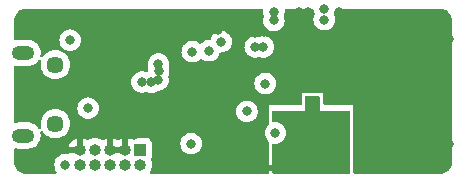
<source format=gbr>
%TF.GenerationSoftware,KiCad,Pcbnew,(6.0.1)*%
%TF.CreationDate,2022-05-09T00:38:21+05:45*%
%TF.ProjectId,ST_RF,53545f52-462e-46b6-9963-61645f706362,rev?*%
%TF.SameCoordinates,Original*%
%TF.FileFunction,Copper,L2,Inr*%
%TF.FilePolarity,Positive*%
%FSLAX46Y46*%
G04 Gerber Fmt 4.6, Leading zero omitted, Abs format (unit mm)*
G04 Created by KiCad (PCBNEW (6.0.1)) date 2022-05-09 00:38:21*
%MOMM*%
%LPD*%
G01*
G04 APERTURE LIST*
%TA.AperFunction,ComponentPad*%
%ADD10O,1.000000X1.000000*%
%TD*%
%TA.AperFunction,ComponentPad*%
%ADD11R,1.000000X1.000000*%
%TD*%
%TA.AperFunction,ComponentPad*%
%ADD12O,1.900000X1.200000*%
%TD*%
%TA.AperFunction,ComponentPad*%
%ADD13C,1.450000*%
%TD*%
%TA.AperFunction,ViaPad*%
%ADD14C,0.800000*%
%TD*%
%TA.AperFunction,Conductor*%
%ADD15C,0.500000*%
%TD*%
G04 APERTURE END LIST*
D10*
%TO.N,NRST*%
%TO.C,J3*%
X31496000Y-41910000D03*
%TO.N,GND*%
X31496000Y-40640000D03*
%TO.N,unconnected-(J3-Pad8)*%
X32766000Y-41910000D03*
%TO.N,unconnected-(J3-Pad7)*%
X32766000Y-40640000D03*
%TO.N,unconnected-(J3-Pad6)*%
X34036000Y-41910000D03*
%TO.N,GND*%
X34036000Y-40640000D03*
%TO.N,SW_CLK*%
X35306000Y-41910000D03*
%TO.N,GND*%
X35306000Y-40640000D03*
%TO.N,SW_DIO*%
X36576000Y-41910000D03*
D11*
%TO.N,+3V3*%
X36576000Y-40640000D03*
%TD*%
D12*
%TO.N,unconnected-(J1-Pad6)*%
%TO.C,J1*%
X26702500Y-39441000D03*
D13*
X29402500Y-33441000D03*
D12*
X26702500Y-32441000D03*
D13*
X29402500Y-38441000D03*
%TD*%
D14*
%TO.N,GND*%
X55118000Y-37846000D03*
X55626000Y-41656000D03*
X62230000Y-41910000D03*
X62738000Y-40132000D03*
X62738000Y-31242000D03*
X62230000Y-29210000D03*
X55372000Y-29464000D03*
X55118000Y-33528000D03*
X61468000Y-31750000D03*
X58166000Y-31750000D03*
X61468000Y-39624000D03*
X57404000Y-38608000D03*
X56388000Y-38608000D03*
X50800000Y-28956000D03*
X50038000Y-28956000D03*
X42672000Y-35814000D03*
X41783000Y-35941000D03*
X40894000Y-35814000D03*
X53848000Y-42164000D03*
X45212000Y-39116000D03*
%TO.N,NRST*%
X30226000Y-41910000D03*
%TO.N,GND*%
X31496000Y-39370000D03*
X36068000Y-39370000D03*
X35306000Y-39370000D03*
X43942000Y-30226000D03*
X43180000Y-30480000D03*
%TO.N,+3V3*%
X43434000Y-31496000D03*
%TO.N,NRST*%
X42418000Y-32258000D03*
%TO.N,+5V*%
X30657800Y-31369000D03*
%TO.N,GND*%
X32232600Y-34620200D03*
%TO.N,+3V3*%
X48031400Y-39217600D03*
%TO.N,GND*%
X48006000Y-32867600D03*
%TO.N,SPI_SCK*%
X45618400Y-37388800D03*
X47172548Y-35052248D03*
%TO.N,GND*%
X53416200Y-33756600D03*
X53416200Y-33020000D03*
X53441600Y-28956000D03*
X53467000Y-29845000D03*
%TO.N,+3V3*%
X52171600Y-28702000D03*
X52171600Y-29616400D03*
X40995600Y-32334200D03*
X47904400Y-29692600D03*
X47904400Y-28956000D03*
%TO.N,GND*%
X45288200Y-29210000D03*
X45313600Y-29870400D03*
X47040800Y-30708600D03*
X46329600Y-30734000D03*
%TO.N,+3V3*%
X47015400Y-31927800D03*
X46329600Y-31927800D03*
%TO.N,GND*%
X44450000Y-32791400D03*
X44450000Y-33528000D03*
%TO.N,+3V3*%
X38100000Y-34721800D03*
X38125400Y-33375600D03*
X38150800Y-34010600D03*
%TO.N,GND*%
X35788600Y-31877000D03*
X35788600Y-31089600D03*
%TO.N,+3V3*%
X37541200Y-34925000D03*
X36728400Y-34899600D03*
%TO.N,GND*%
X34544000Y-37084000D03*
%TO.N,+5V*%
X32181800Y-37109400D03*
%TO.N,GND*%
X39243000Y-38862000D03*
%TO.N,+3V3*%
X40894000Y-40132000D03*
%TO.N,GND*%
X50037400Y-38608000D03*
%TD*%
D15*
%TO.N,GND*%
X46863000Y-42164000D02*
X48641000Y-42164000D01*
%TD*%
%TA.AperFunction,Conductor*%
%TO.N,GND*%
G36*
X46945776Y-28722002D02*
G01*
X46992269Y-28775658D01*
X47002965Y-28841170D01*
X46990896Y-28956000D01*
X47010858Y-29145928D01*
X47045041Y-29251129D01*
X47056164Y-29285363D01*
X47058192Y-29356331D01*
X47056169Y-29363221D01*
X47010858Y-29502672D01*
X47010168Y-29509233D01*
X47010168Y-29509235D01*
X47006769Y-29541574D01*
X46990896Y-29692600D01*
X46991586Y-29699165D01*
X46998052Y-29760681D01*
X47010858Y-29882528D01*
X47069873Y-30064156D01*
X47165360Y-30229544D01*
X47169778Y-30234451D01*
X47169779Y-30234452D01*
X47288725Y-30366555D01*
X47293147Y-30371466D01*
X47447648Y-30483718D01*
X47453676Y-30486402D01*
X47453678Y-30486403D01*
X47616081Y-30558709D01*
X47622112Y-30561394D01*
X47687050Y-30575197D01*
X47802456Y-30599728D01*
X47802461Y-30599728D01*
X47808913Y-30601100D01*
X47999887Y-30601100D01*
X48006339Y-30599728D01*
X48006344Y-30599728D01*
X48121750Y-30575197D01*
X48186688Y-30561394D01*
X48192719Y-30558709D01*
X48355122Y-30486403D01*
X48355124Y-30486402D01*
X48361152Y-30483718D01*
X48515653Y-30371466D01*
X48520075Y-30366555D01*
X48639021Y-30234452D01*
X48639022Y-30234451D01*
X48643440Y-30229544D01*
X48738927Y-30064156D01*
X48797942Y-29882528D01*
X48810749Y-29760681D01*
X48817214Y-29699165D01*
X48817904Y-29692600D01*
X48802031Y-29541574D01*
X48798632Y-29509235D01*
X48798632Y-29509233D01*
X48797942Y-29502672D01*
X48752636Y-29363235D01*
X48750608Y-29292269D01*
X48752636Y-29285363D01*
X48763760Y-29251129D01*
X48797942Y-29145928D01*
X48817904Y-28956000D01*
X48805835Y-28841170D01*
X48818607Y-28771332D01*
X48867109Y-28719485D01*
X48931145Y-28702000D01*
X51144645Y-28702000D01*
X51212766Y-28722002D01*
X51259259Y-28775658D01*
X51269955Y-28814829D01*
X51278058Y-28891928D01*
X51337073Y-29073556D01*
X51350146Y-29096200D01*
X51366885Y-29165193D01*
X51350147Y-29222200D01*
X51337073Y-29244844D01*
X51278058Y-29426472D01*
X51258096Y-29616400D01*
X51258786Y-29622965D01*
X51273146Y-29759589D01*
X51278058Y-29806328D01*
X51337073Y-29987956D01*
X51432560Y-30153344D01*
X51560347Y-30295266D01*
X51714848Y-30407518D01*
X51720876Y-30410202D01*
X51720878Y-30410203D01*
X51877280Y-30479837D01*
X51889312Y-30485194D01*
X51982712Y-30505047D01*
X52069656Y-30523528D01*
X52069661Y-30523528D01*
X52076113Y-30524900D01*
X52267087Y-30524900D01*
X52273539Y-30523528D01*
X52273544Y-30523528D01*
X52360488Y-30505047D01*
X52453888Y-30485194D01*
X52465920Y-30479837D01*
X52622322Y-30410203D01*
X52622324Y-30410202D01*
X52628352Y-30407518D01*
X52782853Y-30295266D01*
X52910640Y-30153344D01*
X53006127Y-29987956D01*
X53065142Y-29806328D01*
X53070055Y-29759589D01*
X53084414Y-29622965D01*
X53085104Y-29616400D01*
X53065142Y-29426472D01*
X53006127Y-29244844D01*
X52993054Y-29222200D01*
X52976315Y-29153207D01*
X52993053Y-29096200D01*
X53006127Y-29073556D01*
X53065142Y-28891928D01*
X53073245Y-28814829D01*
X53100258Y-28749173D01*
X53158479Y-28708543D01*
X53198555Y-28702000D01*
X61926672Y-28702000D01*
X61946057Y-28703500D01*
X61960858Y-28705805D01*
X61960861Y-28705805D01*
X61969730Y-28707186D01*
X61982378Y-28705532D01*
X62009693Y-28704948D01*
X62083658Y-28711419D01*
X62141448Y-28716475D01*
X62163069Y-28720287D01*
X62312847Y-28760420D01*
X62333483Y-28767931D01*
X62474010Y-28833460D01*
X62493031Y-28844442D01*
X62620046Y-28933379D01*
X62636870Y-28947497D01*
X62746503Y-29057130D01*
X62760621Y-29073954D01*
X62849558Y-29200969D01*
X62860540Y-29219990D01*
X62926069Y-29360517D01*
X62933580Y-29381153D01*
X62973713Y-29530931D01*
X62977526Y-29552555D01*
X62988449Y-29677418D01*
X62987897Y-29693879D01*
X62988305Y-29693884D01*
X62988195Y-29702858D01*
X62986814Y-29711730D01*
X62987978Y-29720632D01*
X62987978Y-29720635D01*
X62990936Y-29743251D01*
X62992000Y-29759589D01*
X62992000Y-41606672D01*
X62990500Y-41626056D01*
X62986814Y-41649730D01*
X62988454Y-41662270D01*
X62988468Y-41662377D01*
X62989052Y-41689693D01*
X62977526Y-41821445D01*
X62973713Y-41843069D01*
X62947259Y-41941799D01*
X62933581Y-41992845D01*
X62926069Y-42013483D01*
X62860540Y-42154010D01*
X62849558Y-42173031D01*
X62760621Y-42300046D01*
X62746503Y-42316870D01*
X62636870Y-42426503D01*
X62620046Y-42440621D01*
X62493031Y-42529558D01*
X62474010Y-42540540D01*
X62333483Y-42606069D01*
X62312847Y-42613580D01*
X62163069Y-42653713D01*
X62141449Y-42657525D01*
X62089974Y-42662029D01*
X62016582Y-42668449D01*
X62000121Y-42667897D01*
X62000116Y-42668305D01*
X61991142Y-42668195D01*
X61982270Y-42666814D01*
X61973368Y-42667978D01*
X61973365Y-42667978D01*
X61950749Y-42670936D01*
X61934411Y-42672000D01*
X54736000Y-42672000D01*
X54667879Y-42651998D01*
X54621386Y-42598342D01*
X54610000Y-42546000D01*
X54610000Y-36830000D01*
X52196000Y-36830000D01*
X52127879Y-36809998D01*
X52081386Y-36756342D01*
X52070000Y-36704000D01*
X52070000Y-35814000D01*
X50292000Y-35814000D01*
X50292000Y-36704000D01*
X50271998Y-36772121D01*
X50218342Y-36818614D01*
X50166000Y-36830000D01*
X47498000Y-36830000D01*
X47498000Y-38417970D01*
X47477998Y-38486091D01*
X47446062Y-38519905D01*
X47425493Y-38534849D01*
X47425488Y-38534854D01*
X47420147Y-38538734D01*
X47415726Y-38543644D01*
X47415725Y-38543645D01*
X47314549Y-38656013D01*
X47292360Y-38680656D01*
X47196873Y-38846044D01*
X47137858Y-39027672D01*
X47117896Y-39217600D01*
X47118586Y-39224165D01*
X47122972Y-39265891D01*
X47137858Y-39407528D01*
X47196873Y-39589156D01*
X47292360Y-39754544D01*
X47296778Y-39759451D01*
X47296779Y-39759452D01*
X47415725Y-39891555D01*
X47420147Y-39896466D01*
X47425488Y-39900346D01*
X47425493Y-39900351D01*
X47446062Y-39915295D01*
X47489415Y-39971517D01*
X47498000Y-40017230D01*
X47498000Y-42546000D01*
X47477998Y-42614121D01*
X47424342Y-42660614D01*
X47372000Y-42672000D01*
X37519532Y-42672000D01*
X37451411Y-42651998D01*
X37404918Y-42598342D01*
X37394814Y-42528068D01*
X37409976Y-42483763D01*
X37498722Y-42327542D01*
X37501769Y-42322179D01*
X37564197Y-42134513D01*
X37588985Y-41938295D01*
X37589380Y-41910000D01*
X37570080Y-41713167D01*
X37565073Y-41696581D01*
X37514697Y-41529731D01*
X37512916Y-41523831D01*
X37510024Y-41518391D01*
X37508195Y-41513954D01*
X37500731Y-41443350D01*
X37518512Y-41402631D01*
X37516921Y-41401760D01*
X37521229Y-41393891D01*
X37526615Y-41386705D01*
X37577745Y-41250316D01*
X37584500Y-41188134D01*
X37584500Y-40132000D01*
X39980496Y-40132000D01*
X40000458Y-40321928D01*
X40059473Y-40503556D01*
X40154960Y-40668944D01*
X40282747Y-40810866D01*
X40369640Y-40873998D01*
X40425483Y-40914570D01*
X40437248Y-40923118D01*
X40443276Y-40925802D01*
X40443278Y-40925803D01*
X40605681Y-40998109D01*
X40611712Y-41000794D01*
X40705113Y-41020647D01*
X40792056Y-41039128D01*
X40792061Y-41039128D01*
X40798513Y-41040500D01*
X40989487Y-41040500D01*
X40995939Y-41039128D01*
X40995944Y-41039128D01*
X41082887Y-41020647D01*
X41176288Y-41000794D01*
X41182319Y-40998109D01*
X41344722Y-40925803D01*
X41344724Y-40925802D01*
X41350752Y-40923118D01*
X41362518Y-40914570D01*
X41418360Y-40873998D01*
X41505253Y-40810866D01*
X41633040Y-40668944D01*
X41728527Y-40503556D01*
X41787542Y-40321928D01*
X41807504Y-40132000D01*
X41787542Y-39942072D01*
X41728527Y-39760444D01*
X41633040Y-39595056D01*
X41559448Y-39513323D01*
X41509675Y-39458045D01*
X41509674Y-39458044D01*
X41505253Y-39453134D01*
X41350752Y-39340882D01*
X41344724Y-39338198D01*
X41344722Y-39338197D01*
X41182319Y-39265891D01*
X41182318Y-39265891D01*
X41176288Y-39263206D01*
X41082888Y-39243353D01*
X40995944Y-39224872D01*
X40995939Y-39224872D01*
X40989487Y-39223500D01*
X40798513Y-39223500D01*
X40792061Y-39224872D01*
X40792056Y-39224872D01*
X40705112Y-39243353D01*
X40611712Y-39263206D01*
X40605682Y-39265891D01*
X40605681Y-39265891D01*
X40443278Y-39338197D01*
X40443276Y-39338198D01*
X40437248Y-39340882D01*
X40282747Y-39453134D01*
X40278326Y-39458044D01*
X40278325Y-39458045D01*
X40228553Y-39513323D01*
X40154960Y-39595056D01*
X40059473Y-39760444D01*
X40000458Y-39942072D01*
X39980496Y-40132000D01*
X37584500Y-40132000D01*
X37584500Y-40091866D01*
X37577745Y-40029684D01*
X37526615Y-39893295D01*
X37439261Y-39776739D01*
X37322705Y-39689385D01*
X37186316Y-39638255D01*
X37124134Y-39631500D01*
X36027866Y-39631500D01*
X35965684Y-39638255D01*
X35829295Y-39689385D01*
X35822108Y-39694771D01*
X35814240Y-39699079D01*
X35813105Y-39697006D01*
X35758606Y-39717368D01*
X35700723Y-39707850D01*
X35692620Y-39704444D01*
X35577308Y-39668750D01*
X35563205Y-39668544D01*
X35560000Y-39675299D01*
X35560000Y-40768000D01*
X35539998Y-40836121D01*
X35486342Y-40882614D01*
X35434000Y-40894000D01*
X33908000Y-40894000D01*
X33839879Y-40873998D01*
X33793386Y-40820342D01*
X33782000Y-40768000D01*
X33782000Y-40367885D01*
X34290000Y-40367885D01*
X34294475Y-40383124D01*
X34295865Y-40384329D01*
X34303548Y-40386000D01*
X35033885Y-40386000D01*
X35049124Y-40381525D01*
X35050329Y-40380135D01*
X35052000Y-40372452D01*
X35052000Y-39682076D01*
X35048027Y-39668545D01*
X35040232Y-39667425D01*
X34932479Y-39699138D01*
X34921111Y-39703731D01*
X34756846Y-39789607D01*
X34741426Y-39799697D01*
X34740095Y-39797663D01*
X34684357Y-39820653D01*
X34614508Y-39807943D01*
X34600617Y-39799814D01*
X34596971Y-39797355D01*
X34433924Y-39709196D01*
X34422619Y-39704444D01*
X34307308Y-39668750D01*
X34293205Y-39668544D01*
X34290000Y-39675299D01*
X34290000Y-40367885D01*
X33782000Y-40367885D01*
X33782000Y-39682076D01*
X33778027Y-39668545D01*
X33770232Y-39667425D01*
X33662479Y-39699138D01*
X33651111Y-39703731D01*
X33486846Y-39789607D01*
X33471426Y-39799697D01*
X33470003Y-39797522D01*
X33414864Y-39820314D01*
X33345005Y-39807657D01*
X33335055Y-39801839D01*
X33332675Y-39799870D01*
X33158701Y-39705802D01*
X32969768Y-39647318D01*
X32963643Y-39646674D01*
X32963642Y-39646674D01*
X32779204Y-39627289D01*
X32779202Y-39627289D01*
X32773075Y-39626645D01*
X32690576Y-39634153D01*
X32582251Y-39644011D01*
X32582248Y-39644012D01*
X32576112Y-39644570D01*
X32570206Y-39646308D01*
X32570202Y-39646309D01*
X32493954Y-39668750D01*
X32386381Y-39700410D01*
X32380923Y-39703263D01*
X32380919Y-39703265D01*
X32293770Y-39748826D01*
X32211110Y-39792040D01*
X32206310Y-39795900D01*
X32201153Y-39799274D01*
X32199849Y-39797281D01*
X32143977Y-39820354D01*
X32074122Y-39807674D01*
X32060186Y-39799522D01*
X32056980Y-39797360D01*
X31893924Y-39709196D01*
X31882619Y-39704444D01*
X31767308Y-39668750D01*
X31753205Y-39668544D01*
X31750000Y-39675299D01*
X31750000Y-40768000D01*
X31729998Y-40836121D01*
X31676342Y-40882614D01*
X31624000Y-40894000D01*
X30538282Y-40894000D01*
X30524751Y-40897973D01*
X30523448Y-40907036D01*
X30493955Y-40971616D01*
X30434228Y-41009999D01*
X30372535Y-41012350D01*
X30327946Y-41002873D01*
X30327947Y-41002873D01*
X30321487Y-41001500D01*
X30130513Y-41001500D01*
X30124061Y-41002872D01*
X30124056Y-41002872D01*
X30037112Y-41021353D01*
X29943712Y-41041206D01*
X29937682Y-41043891D01*
X29937681Y-41043891D01*
X29775278Y-41116197D01*
X29775276Y-41116198D01*
X29769248Y-41118882D01*
X29614747Y-41231134D01*
X29486960Y-41373056D01*
X29391473Y-41538444D01*
X29332458Y-41720072D01*
X29312496Y-41910000D01*
X29313186Y-41916565D01*
X29315100Y-41934771D01*
X29332458Y-42099928D01*
X29391473Y-42281556D01*
X29394776Y-42287278D01*
X29394777Y-42287279D01*
X29411862Y-42316871D01*
X29486960Y-42446944D01*
X29491378Y-42451851D01*
X29491379Y-42451852D01*
X29500238Y-42461691D01*
X29530955Y-42525699D01*
X29522190Y-42596152D01*
X29476726Y-42650683D01*
X29406601Y-42672000D01*
X26973328Y-42672000D01*
X26953943Y-42670500D01*
X26939142Y-42668195D01*
X26939139Y-42668195D01*
X26930270Y-42666814D01*
X26921369Y-42667978D01*
X26921365Y-42667978D01*
X26917621Y-42668468D01*
X26890307Y-42669052D01*
X26809742Y-42662004D01*
X26758551Y-42657525D01*
X26736930Y-42653713D01*
X26587152Y-42613580D01*
X26566516Y-42606069D01*
X26425990Y-42540540D01*
X26406970Y-42529558D01*
X26279954Y-42440621D01*
X26263129Y-42426503D01*
X26153497Y-42316871D01*
X26139379Y-42300046D01*
X26050442Y-42173030D01*
X26039460Y-42154010D01*
X25973931Y-42013484D01*
X25966419Y-41992846D01*
X25947382Y-41921798D01*
X25926287Y-41843070D01*
X25922474Y-41821445D01*
X25911551Y-41696581D01*
X25912103Y-41680121D01*
X25911695Y-41680116D01*
X25911805Y-41671142D01*
X25913186Y-41662270D01*
X25911547Y-41649730D01*
X25909064Y-41630749D01*
X25908000Y-41614411D01*
X25908000Y-40636629D01*
X25928002Y-40568508D01*
X25981658Y-40522015D01*
X26058149Y-40512965D01*
X26243837Y-40549228D01*
X26249399Y-40549500D01*
X27105346Y-40549500D01*
X27263066Y-40534452D01*
X27466034Y-40474908D01*
X27638660Y-40386000D01*
X27644813Y-40382831D01*
X30524202Y-40382831D01*
X30530763Y-40386000D01*
X31223885Y-40386000D01*
X31239124Y-40381525D01*
X31240329Y-40380135D01*
X31242000Y-40372452D01*
X31242000Y-39682076D01*
X31238027Y-39668545D01*
X31230232Y-39667425D01*
X31122479Y-39699138D01*
X31111111Y-39703731D01*
X30946846Y-39789607D01*
X30936585Y-39796321D01*
X30792127Y-39912468D01*
X30783368Y-39921046D01*
X30664222Y-40063039D01*
X30657292Y-40073159D01*
X30567998Y-40235585D01*
X30563166Y-40246858D01*
X30524506Y-40368731D01*
X30524202Y-40382831D01*
X27644813Y-40382831D01*
X27648749Y-40380804D01*
X27648752Y-40380802D01*
X27654080Y-40378058D01*
X27820420Y-40247396D01*
X27824352Y-40242865D01*
X27824355Y-40242862D01*
X27955121Y-40092167D01*
X27959052Y-40087637D01*
X27962052Y-40082451D01*
X27962055Y-40082447D01*
X28061967Y-39909742D01*
X28064973Y-39904546D01*
X28134361Y-39704729D01*
X28139608Y-39668545D01*
X28163852Y-39501335D01*
X28163852Y-39501334D01*
X28164713Y-39495396D01*
X28154933Y-39284101D01*
X28136509Y-39207653D01*
X28139994Y-39136742D01*
X28181263Y-39078972D01*
X28247214Y-39052685D01*
X28316907Y-39066226D01*
X28362215Y-39105861D01*
X28453975Y-39236907D01*
X28606593Y-39389525D01*
X28611101Y-39392682D01*
X28611104Y-39392684D01*
X28684406Y-39444010D01*
X28783394Y-39513323D01*
X28788376Y-39515646D01*
X28788381Y-39515649D01*
X28970933Y-39600774D01*
X28979007Y-39604539D01*
X28984315Y-39605961D01*
X28984317Y-39605962D01*
X29182172Y-39658977D01*
X29182174Y-39658977D01*
X29187487Y-39660401D01*
X29402500Y-39679212D01*
X29617513Y-39660401D01*
X29622826Y-39658977D01*
X29622828Y-39658977D01*
X29820683Y-39605962D01*
X29820685Y-39605961D01*
X29825993Y-39604539D01*
X29834067Y-39600774D01*
X30016619Y-39515649D01*
X30016624Y-39515646D01*
X30021606Y-39513323D01*
X30120594Y-39444010D01*
X30193896Y-39392684D01*
X30193899Y-39392682D01*
X30198407Y-39389525D01*
X30351025Y-39236907D01*
X30474823Y-39060106D01*
X30477146Y-39055124D01*
X30477149Y-39055119D01*
X30563716Y-38869475D01*
X30563717Y-38869474D01*
X30566039Y-38864493D01*
X30569299Y-38852329D01*
X30620477Y-38661328D01*
X30620477Y-38661326D01*
X30621901Y-38656013D01*
X30640712Y-38441000D01*
X30621901Y-38225987D01*
X30608517Y-38176037D01*
X30567462Y-38022817D01*
X30567461Y-38022815D01*
X30566039Y-38017507D01*
X30511486Y-37900518D01*
X30477149Y-37826881D01*
X30477146Y-37826876D01*
X30474823Y-37821894D01*
X30351025Y-37645093D01*
X30198407Y-37492475D01*
X30190130Y-37486679D01*
X30050344Y-37388800D01*
X30021606Y-37368677D01*
X30016624Y-37366354D01*
X30016619Y-37366351D01*
X29830975Y-37279784D01*
X29830974Y-37279783D01*
X29825993Y-37277461D01*
X29820685Y-37276039D01*
X29820683Y-37276038D01*
X29622828Y-37223023D01*
X29622826Y-37223023D01*
X29617513Y-37221599D01*
X29402500Y-37202788D01*
X29187487Y-37221599D01*
X29182174Y-37223023D01*
X29182172Y-37223023D01*
X28984317Y-37276038D01*
X28984315Y-37276039D01*
X28979007Y-37277461D01*
X28974026Y-37279783D01*
X28974025Y-37279784D01*
X28788381Y-37366351D01*
X28788376Y-37366354D01*
X28783394Y-37368677D01*
X28754656Y-37388800D01*
X28614871Y-37486679D01*
X28606593Y-37492475D01*
X28453975Y-37645093D01*
X28330177Y-37821894D01*
X28327854Y-37826876D01*
X28327851Y-37826881D01*
X28293514Y-37900518D01*
X28238961Y-38017507D01*
X28237539Y-38022815D01*
X28237538Y-38022817D01*
X28196483Y-38176037D01*
X28183099Y-38225987D01*
X28164288Y-38441000D01*
X28183099Y-38656013D01*
X28184523Y-38661326D01*
X28184523Y-38661328D01*
X28200722Y-38721784D01*
X28199032Y-38792761D01*
X28159238Y-38851556D01*
X28093973Y-38879504D01*
X28023960Y-38867730D01*
X27976245Y-38827295D01*
X27951749Y-38792761D01*
X27895446Y-38713389D01*
X27742650Y-38567119D01*
X27564952Y-38452380D01*
X27492152Y-38423041D01*
X27374332Y-38375558D01*
X27374329Y-38375557D01*
X27368763Y-38373314D01*
X27161163Y-38332772D01*
X27155601Y-38332500D01*
X26299654Y-38332500D01*
X26141934Y-38347548D01*
X26069468Y-38368807D01*
X25998473Y-38368790D01*
X25938756Y-38330392D01*
X25909278Y-38265804D01*
X25908000Y-38247902D01*
X25908000Y-37109400D01*
X31268296Y-37109400D01*
X31268986Y-37115965D01*
X31278390Y-37205435D01*
X31288258Y-37299328D01*
X31347273Y-37480956D01*
X31350576Y-37486678D01*
X31350577Y-37486679D01*
X31356173Y-37496372D01*
X31442760Y-37646344D01*
X31570547Y-37788266D01*
X31725048Y-37900518D01*
X31731076Y-37903202D01*
X31731078Y-37903203D01*
X31792730Y-37930652D01*
X31899512Y-37978194D01*
X31992912Y-37998047D01*
X32079856Y-38016528D01*
X32079861Y-38016528D01*
X32086313Y-38017900D01*
X32277287Y-38017900D01*
X32283739Y-38016528D01*
X32283744Y-38016528D01*
X32370688Y-37998047D01*
X32464088Y-37978194D01*
X32570870Y-37930652D01*
X32632522Y-37903203D01*
X32632524Y-37903202D01*
X32638552Y-37900518D01*
X32793053Y-37788266D01*
X32920840Y-37646344D01*
X33007427Y-37496372D01*
X33013023Y-37486679D01*
X33013024Y-37486678D01*
X33016327Y-37480956D01*
X33046271Y-37388800D01*
X44704896Y-37388800D01*
X44705586Y-37395365D01*
X44715793Y-37492475D01*
X44724858Y-37578728D01*
X44783873Y-37760356D01*
X44787176Y-37766078D01*
X44787177Y-37766079D01*
X44799987Y-37788266D01*
X44879360Y-37925744D01*
X44883778Y-37930651D01*
X44883779Y-37930652D01*
X44966765Y-38022817D01*
X45007147Y-38067666D01*
X45161648Y-38179918D01*
X45167676Y-38182602D01*
X45167678Y-38182603D01*
X45314343Y-38247902D01*
X45336112Y-38257594D01*
X45429512Y-38277447D01*
X45516456Y-38295928D01*
X45516461Y-38295928D01*
X45522913Y-38297300D01*
X45713887Y-38297300D01*
X45720339Y-38295928D01*
X45720344Y-38295928D01*
X45807288Y-38277447D01*
X45900688Y-38257594D01*
X45922457Y-38247902D01*
X46069122Y-38182603D01*
X46069124Y-38182602D01*
X46075152Y-38179918D01*
X46229653Y-38067666D01*
X46270035Y-38022817D01*
X46353021Y-37930652D01*
X46353022Y-37930651D01*
X46357440Y-37925744D01*
X46436813Y-37788266D01*
X46449623Y-37766079D01*
X46449624Y-37766078D01*
X46452927Y-37760356D01*
X46511942Y-37578728D01*
X46521008Y-37492475D01*
X46531214Y-37395365D01*
X46531904Y-37388800D01*
X46522500Y-37299328D01*
X46512632Y-37205435D01*
X46512632Y-37205433D01*
X46511942Y-37198872D01*
X46452927Y-37017244D01*
X46357440Y-36851856D01*
X46285647Y-36772121D01*
X46234075Y-36714845D01*
X46234074Y-36714844D01*
X46229653Y-36709934D01*
X46075152Y-36597682D01*
X46069124Y-36594998D01*
X46069122Y-36594997D01*
X45906719Y-36522691D01*
X45906718Y-36522691D01*
X45900688Y-36520006D01*
X45807287Y-36500153D01*
X45720344Y-36481672D01*
X45720339Y-36481672D01*
X45713887Y-36480300D01*
X45522913Y-36480300D01*
X45516461Y-36481672D01*
X45516456Y-36481672D01*
X45429513Y-36500153D01*
X45336112Y-36520006D01*
X45330082Y-36522691D01*
X45330081Y-36522691D01*
X45167678Y-36594997D01*
X45167676Y-36594998D01*
X45161648Y-36597682D01*
X45007147Y-36709934D01*
X45002726Y-36714844D01*
X45002725Y-36714845D01*
X44951154Y-36772121D01*
X44879360Y-36851856D01*
X44783873Y-37017244D01*
X44724858Y-37198872D01*
X44724168Y-37205433D01*
X44724168Y-37205435D01*
X44714300Y-37299328D01*
X44704896Y-37388800D01*
X33046271Y-37388800D01*
X33075342Y-37299328D01*
X33085211Y-37205435D01*
X33094614Y-37115965D01*
X33095304Y-37109400D01*
X33075342Y-36919472D01*
X33016327Y-36737844D01*
X33003049Y-36714845D01*
X32924141Y-36578174D01*
X32920840Y-36572456D01*
X32876032Y-36522691D01*
X32797475Y-36435445D01*
X32797474Y-36435444D01*
X32793053Y-36430534D01*
X32638552Y-36318282D01*
X32632524Y-36315598D01*
X32632522Y-36315597D01*
X32470119Y-36243291D01*
X32470118Y-36243291D01*
X32464088Y-36240606D01*
X32370687Y-36220753D01*
X32283744Y-36202272D01*
X32283739Y-36202272D01*
X32277287Y-36200900D01*
X32086313Y-36200900D01*
X32079861Y-36202272D01*
X32079856Y-36202272D01*
X31992913Y-36220753D01*
X31899512Y-36240606D01*
X31893482Y-36243291D01*
X31893481Y-36243291D01*
X31731078Y-36315597D01*
X31731076Y-36315598D01*
X31725048Y-36318282D01*
X31570547Y-36430534D01*
X31566126Y-36435444D01*
X31566125Y-36435445D01*
X31487569Y-36522691D01*
X31442760Y-36572456D01*
X31439459Y-36578174D01*
X31360552Y-36714845D01*
X31347273Y-36737844D01*
X31288258Y-36919472D01*
X31268296Y-37109400D01*
X25908000Y-37109400D01*
X25908000Y-34899600D01*
X35814896Y-34899600D01*
X35834858Y-35089528D01*
X35893873Y-35271156D01*
X35989360Y-35436544D01*
X36117147Y-35578466D01*
X36271648Y-35690718D01*
X36277676Y-35693402D01*
X36277678Y-35693403D01*
X36401775Y-35748654D01*
X36446112Y-35768394D01*
X36539512Y-35788247D01*
X36626456Y-35806728D01*
X36626461Y-35806728D01*
X36632913Y-35808100D01*
X36823887Y-35808100D01*
X36830339Y-35806728D01*
X36830344Y-35806728D01*
X36917288Y-35788247D01*
X37010688Y-35768394D01*
X37016715Y-35765711D01*
X37016723Y-35765708D01*
X37055025Y-35748654D01*
X37125392Y-35739219D01*
X37157521Y-35748652D01*
X37258912Y-35793794D01*
X37352313Y-35813647D01*
X37439256Y-35832128D01*
X37439261Y-35832128D01*
X37445713Y-35833500D01*
X37636687Y-35833500D01*
X37643139Y-35832128D01*
X37643144Y-35832128D01*
X37730087Y-35813647D01*
X37823488Y-35793794D01*
X37880538Y-35768394D01*
X37991922Y-35718803D01*
X37991924Y-35718802D01*
X37997952Y-35716118D01*
X38029217Y-35693403D01*
X38082949Y-35654364D01*
X38149817Y-35630505D01*
X38157010Y-35630300D01*
X38195487Y-35630300D01*
X38201939Y-35628928D01*
X38201944Y-35628928D01*
X38288887Y-35610447D01*
X38382288Y-35590594D01*
X38409528Y-35578466D01*
X38550722Y-35515603D01*
X38550724Y-35515602D01*
X38556752Y-35512918D01*
X38711253Y-35400666D01*
X38839040Y-35258744D01*
X38934527Y-35093356D01*
X38947884Y-35052248D01*
X46259044Y-35052248D01*
X46279006Y-35242176D01*
X46338021Y-35423804D01*
X46433508Y-35589192D01*
X46437926Y-35594099D01*
X46437927Y-35594100D01*
X46550210Y-35718803D01*
X46561295Y-35731114D01*
X46614495Y-35769766D01*
X46702217Y-35833500D01*
X46715796Y-35843366D01*
X46721824Y-35846050D01*
X46721826Y-35846051D01*
X46884229Y-35918357D01*
X46890260Y-35921042D01*
X46983660Y-35940895D01*
X47070604Y-35959376D01*
X47070609Y-35959376D01*
X47077061Y-35960748D01*
X47268035Y-35960748D01*
X47274487Y-35959376D01*
X47274492Y-35959376D01*
X47361436Y-35940895D01*
X47454836Y-35921042D01*
X47460867Y-35918357D01*
X47623270Y-35846051D01*
X47623272Y-35846050D01*
X47629300Y-35843366D01*
X47642880Y-35833500D01*
X47730601Y-35769766D01*
X47783801Y-35731114D01*
X47794886Y-35718803D01*
X47907169Y-35594100D01*
X47907170Y-35594099D01*
X47911588Y-35589192D01*
X48007075Y-35423804D01*
X48066090Y-35242176D01*
X48086052Y-35052248D01*
X48066090Y-34862320D01*
X48007075Y-34680692D01*
X47911588Y-34515304D01*
X47783801Y-34373382D01*
X47629300Y-34261130D01*
X47623272Y-34258446D01*
X47623270Y-34258445D01*
X47460867Y-34186139D01*
X47460866Y-34186139D01*
X47454836Y-34183454D01*
X47361435Y-34163601D01*
X47274492Y-34145120D01*
X47274487Y-34145120D01*
X47268035Y-34143748D01*
X47077061Y-34143748D01*
X47070609Y-34145120D01*
X47070604Y-34145120D01*
X46983661Y-34163601D01*
X46890260Y-34183454D01*
X46884230Y-34186139D01*
X46884229Y-34186139D01*
X46721826Y-34258445D01*
X46721824Y-34258446D01*
X46715796Y-34261130D01*
X46561295Y-34373382D01*
X46433508Y-34515304D01*
X46338021Y-34680692D01*
X46279006Y-34862320D01*
X46259044Y-35052248D01*
X38947884Y-35052248D01*
X38993542Y-34911728D01*
X39013504Y-34721800D01*
X38993542Y-34531872D01*
X38976581Y-34479671D01*
X38974553Y-34408705D01*
X38981307Y-34389488D01*
X38982025Y-34387875D01*
X38985327Y-34382156D01*
X39044342Y-34200528D01*
X39045855Y-34186139D01*
X39063614Y-34017165D01*
X39064304Y-34010600D01*
X39062399Y-33992472D01*
X39045032Y-33827235D01*
X39045032Y-33827233D01*
X39044342Y-33820672D01*
X39002842Y-33692949D01*
X39000814Y-33621983D01*
X39002842Y-33615077D01*
X39016903Y-33571803D01*
X39018942Y-33565528D01*
X39023516Y-33522015D01*
X39038214Y-33382165D01*
X39038904Y-33375600D01*
X39025819Y-33251102D01*
X39019632Y-33192235D01*
X39019632Y-33192233D01*
X39018942Y-33185672D01*
X38959927Y-33004044D01*
X38864440Y-32838656D01*
X38849348Y-32821894D01*
X38741075Y-32701645D01*
X38741074Y-32701644D01*
X38736653Y-32696734D01*
X38582152Y-32584482D01*
X38576124Y-32581798D01*
X38576122Y-32581797D01*
X38413719Y-32509491D01*
X38413718Y-32509491D01*
X38407688Y-32506806D01*
X38314288Y-32486953D01*
X38227344Y-32468472D01*
X38227339Y-32468472D01*
X38220887Y-32467100D01*
X38029913Y-32467100D01*
X38023461Y-32468472D01*
X38023456Y-32468472D01*
X37936512Y-32486953D01*
X37843112Y-32506806D01*
X37837082Y-32509491D01*
X37837081Y-32509491D01*
X37674678Y-32581797D01*
X37674676Y-32581798D01*
X37668648Y-32584482D01*
X37514147Y-32696734D01*
X37509726Y-32701644D01*
X37509725Y-32701645D01*
X37401453Y-32821894D01*
X37386360Y-32838656D01*
X37290873Y-33004044D01*
X37231858Y-33185672D01*
X37231168Y-33192233D01*
X37231168Y-33192235D01*
X37224981Y-33251102D01*
X37211896Y-33375600D01*
X37212586Y-33382165D01*
X37227285Y-33522015D01*
X37231858Y-33565528D01*
X37273358Y-33693251D01*
X37275386Y-33764217D01*
X37273362Y-33771108D01*
X37257258Y-33820672D01*
X37256568Y-33827233D01*
X37256568Y-33827235D01*
X37243265Y-33953810D01*
X37216252Y-34019467D01*
X37158030Y-34060097D01*
X37087085Y-34062800D01*
X37066709Y-34055748D01*
X37010688Y-34030806D01*
X36915627Y-34010600D01*
X36830344Y-33992472D01*
X36830339Y-33992472D01*
X36823887Y-33991100D01*
X36632913Y-33991100D01*
X36626461Y-33992472D01*
X36626456Y-33992472D01*
X36541173Y-34010600D01*
X36446112Y-34030806D01*
X36440082Y-34033491D01*
X36440081Y-34033491D01*
X36277678Y-34105797D01*
X36277676Y-34105798D01*
X36271648Y-34108482D01*
X36117147Y-34220734D01*
X35989360Y-34362656D01*
X35893873Y-34528044D01*
X35834858Y-34709672D01*
X35814896Y-34899600D01*
X25908000Y-34899600D01*
X25908000Y-33636629D01*
X25928002Y-33568508D01*
X25981658Y-33522015D01*
X26058149Y-33512965D01*
X26243837Y-33549228D01*
X26249399Y-33549500D01*
X27105346Y-33549500D01*
X27263066Y-33534452D01*
X27466034Y-33474908D01*
X27521240Y-33446475D01*
X27648749Y-33380804D01*
X27648752Y-33380802D01*
X27654080Y-33378058D01*
X27820420Y-33247396D01*
X27824352Y-33242865D01*
X27824355Y-33242862D01*
X27955121Y-33092167D01*
X27959052Y-33087637D01*
X27967814Y-33072492D01*
X28019241Y-33023545D01*
X28088967Y-33010172D01*
X28154854Y-33036619D01*
X28195983Y-33094489D01*
X28198582Y-33168203D01*
X28184524Y-33220665D01*
X28184523Y-33220672D01*
X28183099Y-33225987D01*
X28164288Y-33441000D01*
X28183099Y-33656013D01*
X28184523Y-33661326D01*
X28184523Y-33661328D01*
X28213943Y-33771123D01*
X28238961Y-33864493D01*
X28241283Y-33869474D01*
X28241284Y-33869475D01*
X28327851Y-34055119D01*
X28327854Y-34055124D01*
X28330177Y-34060106D01*
X28366768Y-34112363D01*
X28439932Y-34216851D01*
X28453975Y-34236907D01*
X28606593Y-34389525D01*
X28611101Y-34392682D01*
X28611104Y-34392684D01*
X28660064Y-34426966D01*
X28783394Y-34513323D01*
X28788376Y-34515646D01*
X28788381Y-34515649D01*
X28974025Y-34602216D01*
X28979007Y-34604539D01*
X28984315Y-34605961D01*
X28984317Y-34605962D01*
X29182172Y-34658977D01*
X29182174Y-34658977D01*
X29187487Y-34660401D01*
X29402500Y-34679212D01*
X29617513Y-34660401D01*
X29622826Y-34658977D01*
X29622828Y-34658977D01*
X29820683Y-34605962D01*
X29820685Y-34605961D01*
X29825993Y-34604539D01*
X29830975Y-34602216D01*
X30016619Y-34515649D01*
X30016624Y-34515646D01*
X30021606Y-34513323D01*
X30144936Y-34426966D01*
X30193896Y-34392684D01*
X30193899Y-34392682D01*
X30198407Y-34389525D01*
X30351025Y-34236907D01*
X30365069Y-34216851D01*
X30438232Y-34112363D01*
X30474823Y-34060106D01*
X30477146Y-34055124D01*
X30477149Y-34055119D01*
X30563716Y-33869475D01*
X30563717Y-33869474D01*
X30566039Y-33864493D01*
X30591058Y-33771123D01*
X30620477Y-33661328D01*
X30620477Y-33661326D01*
X30621901Y-33656013D01*
X30640712Y-33441000D01*
X30621901Y-33225987D01*
X30611099Y-33185672D01*
X30567462Y-33022817D01*
X30567461Y-33022815D01*
X30566039Y-33017507D01*
X30559761Y-33004044D01*
X30477149Y-32826881D01*
X30477146Y-32826876D01*
X30474823Y-32821894D01*
X30351025Y-32645093D01*
X30198407Y-32492475D01*
X30164128Y-32468472D01*
X30113408Y-32432958D01*
X30021606Y-32368677D01*
X30016624Y-32366354D01*
X30016619Y-32366351D01*
X29947671Y-32334200D01*
X40082096Y-32334200D01*
X40082786Y-32340765D01*
X40100520Y-32509491D01*
X40102058Y-32524128D01*
X40161073Y-32705756D01*
X40256560Y-32871144D01*
X40260978Y-32876051D01*
X40260979Y-32876052D01*
X40379925Y-33008155D01*
X40384347Y-33013066D01*
X40538848Y-33125318D01*
X40544876Y-33128002D01*
X40544878Y-33128003D01*
X40707281Y-33200309D01*
X40713312Y-33202994D01*
X40796447Y-33220665D01*
X40893656Y-33241328D01*
X40893661Y-33241328D01*
X40900113Y-33242700D01*
X41091087Y-33242700D01*
X41097539Y-33241328D01*
X41097544Y-33241328D01*
X41194753Y-33220665D01*
X41277888Y-33202994D01*
X41283919Y-33200309D01*
X41446322Y-33128003D01*
X41446324Y-33128002D01*
X41452352Y-33125318D01*
X41606853Y-33013066D01*
X41651471Y-32963513D01*
X41711915Y-32926275D01*
X41782899Y-32927627D01*
X41819166Y-32945889D01*
X41944045Y-33036619D01*
X41961248Y-33049118D01*
X41967276Y-33051802D01*
X41967278Y-33051803D01*
X42057938Y-33092167D01*
X42135712Y-33126794D01*
X42229112Y-33146647D01*
X42316056Y-33165128D01*
X42316061Y-33165128D01*
X42322513Y-33166500D01*
X42513487Y-33166500D01*
X42519939Y-33165128D01*
X42519944Y-33165128D01*
X42606888Y-33146647D01*
X42700288Y-33126794D01*
X42778062Y-33092167D01*
X42868722Y-33051803D01*
X42868724Y-33051802D01*
X42874752Y-33049118D01*
X42891956Y-33036619D01*
X42931127Y-33008159D01*
X43029253Y-32936866D01*
X43157040Y-32794944D01*
X43252527Y-32629556D01*
X43297364Y-32491563D01*
X43337438Y-32432958D01*
X43402835Y-32405321D01*
X43417197Y-32404500D01*
X43529487Y-32404500D01*
X43535939Y-32403128D01*
X43535944Y-32403128D01*
X43622888Y-32384647D01*
X43716288Y-32364794D01*
X43722319Y-32362109D01*
X43884722Y-32289803D01*
X43884724Y-32289802D01*
X43890752Y-32287118D01*
X43900847Y-32279784D01*
X43981590Y-32221120D01*
X44045253Y-32174866D01*
X44078453Y-32137994D01*
X44168621Y-32037852D01*
X44168622Y-32037851D01*
X44173040Y-32032944D01*
X44233745Y-31927800D01*
X45416096Y-31927800D01*
X45416786Y-31934365D01*
X45432545Y-32084299D01*
X45436058Y-32117728D01*
X45495073Y-32299356D01*
X45498376Y-32305078D01*
X45498377Y-32305079D01*
X45531304Y-32362109D01*
X45590560Y-32464744D01*
X45594978Y-32469651D01*
X45594979Y-32469652D01*
X45649682Y-32530406D01*
X45718347Y-32606666D01*
X45771237Y-32645093D01*
X45853319Y-32704729D01*
X45872848Y-32718918D01*
X45878876Y-32721602D01*
X45878878Y-32721603D01*
X46036697Y-32791868D01*
X46047312Y-32796594D01*
X46135890Y-32815422D01*
X46227656Y-32834928D01*
X46227661Y-32834928D01*
X46234113Y-32836300D01*
X46425087Y-32836300D01*
X46431539Y-32834928D01*
X46431544Y-32834928D01*
X46596560Y-32799852D01*
X46611888Y-32796594D01*
X46617921Y-32793908D01*
X46617924Y-32793907D01*
X46621252Y-32792425D01*
X46623349Y-32792144D01*
X46624198Y-32791868D01*
X46624248Y-32792023D01*
X46691619Y-32782991D01*
X46723748Y-32792425D01*
X46727076Y-32793907D01*
X46727079Y-32793908D01*
X46733112Y-32796594D01*
X46748440Y-32799852D01*
X46913456Y-32834928D01*
X46913461Y-32834928D01*
X46919913Y-32836300D01*
X47110887Y-32836300D01*
X47117339Y-32834928D01*
X47117344Y-32834928D01*
X47209110Y-32815422D01*
X47297688Y-32796594D01*
X47308303Y-32791868D01*
X47466122Y-32721603D01*
X47466124Y-32721602D01*
X47472152Y-32718918D01*
X47491682Y-32704729D01*
X47573763Y-32645093D01*
X47626653Y-32606666D01*
X47695318Y-32530406D01*
X47750021Y-32469652D01*
X47750022Y-32469651D01*
X47754440Y-32464744D01*
X47813696Y-32362109D01*
X47846623Y-32305079D01*
X47846624Y-32305078D01*
X47849927Y-32299356D01*
X47908942Y-32117728D01*
X47912456Y-32084299D01*
X47928214Y-31934365D01*
X47928904Y-31927800D01*
X47921912Y-31861271D01*
X47909632Y-31744435D01*
X47909632Y-31744433D01*
X47908942Y-31737872D01*
X47849927Y-31556244D01*
X47754440Y-31390856D01*
X47715446Y-31347548D01*
X47631075Y-31253845D01*
X47631074Y-31253844D01*
X47626653Y-31248934D01*
X47472152Y-31136682D01*
X47466124Y-31133998D01*
X47466122Y-31133997D01*
X47303719Y-31061691D01*
X47303718Y-31061691D01*
X47297688Y-31059006D01*
X47204287Y-31039153D01*
X47117344Y-31020672D01*
X47117339Y-31020672D01*
X47110887Y-31019300D01*
X46919913Y-31019300D01*
X46913461Y-31020672D01*
X46913456Y-31020672D01*
X46774740Y-31050158D01*
X46733112Y-31059006D01*
X46727079Y-31061692D01*
X46727076Y-31061693D01*
X46723748Y-31063175D01*
X46721651Y-31063456D01*
X46720802Y-31063732D01*
X46720752Y-31063577D01*
X46653381Y-31072609D01*
X46621252Y-31063175D01*
X46617924Y-31061693D01*
X46617921Y-31061692D01*
X46611888Y-31059006D01*
X46570260Y-31050158D01*
X46431544Y-31020672D01*
X46431539Y-31020672D01*
X46425087Y-31019300D01*
X46234113Y-31019300D01*
X46227661Y-31020672D01*
X46227656Y-31020672D01*
X46140713Y-31039153D01*
X46047312Y-31059006D01*
X46041282Y-31061691D01*
X46041281Y-31061691D01*
X45878878Y-31133997D01*
X45878876Y-31133998D01*
X45872848Y-31136682D01*
X45718347Y-31248934D01*
X45713926Y-31253844D01*
X45713925Y-31253845D01*
X45629555Y-31347548D01*
X45590560Y-31390856D01*
X45495073Y-31556244D01*
X45436058Y-31737872D01*
X45435368Y-31744433D01*
X45435368Y-31744435D01*
X45423088Y-31861271D01*
X45416096Y-31927800D01*
X44233745Y-31927800D01*
X44268527Y-31867556D01*
X44327542Y-31685928D01*
X44329645Y-31665925D01*
X44346814Y-31502565D01*
X44347504Y-31496000D01*
X44344444Y-31466882D01*
X44328232Y-31312635D01*
X44328232Y-31312633D01*
X44327542Y-31306072D01*
X44268527Y-31124444D01*
X44233316Y-31063456D01*
X44176341Y-30964774D01*
X44173040Y-30959056D01*
X44045253Y-30817134D01*
X43890752Y-30704882D01*
X43884724Y-30702198D01*
X43884722Y-30702197D01*
X43722319Y-30629891D01*
X43722318Y-30629891D01*
X43716288Y-30627206D01*
X43593470Y-30601100D01*
X43535944Y-30588872D01*
X43535939Y-30588872D01*
X43529487Y-30587500D01*
X43338513Y-30587500D01*
X43332061Y-30588872D01*
X43332056Y-30588872D01*
X43274530Y-30601100D01*
X43151712Y-30627206D01*
X43145682Y-30629891D01*
X43145681Y-30629891D01*
X42983278Y-30702197D01*
X42983276Y-30702198D01*
X42977248Y-30704882D01*
X42822747Y-30817134D01*
X42694960Y-30959056D01*
X42691659Y-30964774D01*
X42634685Y-31063456D01*
X42599473Y-31124444D01*
X42597432Y-31130726D01*
X42554636Y-31262437D01*
X42514562Y-31321042D01*
X42449165Y-31348679D01*
X42434803Y-31349500D01*
X42322513Y-31349500D01*
X42316061Y-31350872D01*
X42316056Y-31350872D01*
X42231761Y-31368790D01*
X42135712Y-31389206D01*
X42129682Y-31391891D01*
X42129681Y-31391891D01*
X41967278Y-31464197D01*
X41967276Y-31464198D01*
X41961248Y-31466882D01*
X41955907Y-31470762D01*
X41955906Y-31470763D01*
X41921171Y-31496000D01*
X41806747Y-31579134D01*
X41762129Y-31628687D01*
X41701685Y-31665925D01*
X41630701Y-31664573D01*
X41594434Y-31646311D01*
X41457694Y-31546963D01*
X41457693Y-31546962D01*
X41452352Y-31543082D01*
X41446324Y-31540398D01*
X41446322Y-31540397D01*
X41283919Y-31468091D01*
X41283918Y-31468091D01*
X41277888Y-31465406D01*
X41184487Y-31445553D01*
X41097544Y-31427072D01*
X41097539Y-31427072D01*
X41091087Y-31425700D01*
X40900113Y-31425700D01*
X40893661Y-31427072D01*
X40893656Y-31427072D01*
X40806713Y-31445553D01*
X40713312Y-31465406D01*
X40707282Y-31468091D01*
X40707281Y-31468091D01*
X40544878Y-31540397D01*
X40544876Y-31540398D01*
X40538848Y-31543082D01*
X40533507Y-31546962D01*
X40533506Y-31546963D01*
X40508397Y-31565206D01*
X40384347Y-31655334D01*
X40379926Y-31660244D01*
X40379925Y-31660245D01*
X40310030Y-31737872D01*
X40256560Y-31797256D01*
X40253259Y-31802974D01*
X40184981Y-31921235D01*
X40161073Y-31962644D01*
X40102058Y-32144272D01*
X40101368Y-32150833D01*
X40101368Y-32150835D01*
X40088059Y-32277461D01*
X40082096Y-32334200D01*
X29947671Y-32334200D01*
X29830975Y-32279784D01*
X29830974Y-32279783D01*
X29825993Y-32277461D01*
X29820685Y-32276039D01*
X29820683Y-32276038D01*
X29622828Y-32223023D01*
X29622826Y-32223023D01*
X29617513Y-32221599D01*
X29402500Y-32202788D01*
X29187487Y-32221599D01*
X29182174Y-32223023D01*
X29182172Y-32223023D01*
X28984317Y-32276038D01*
X28984315Y-32276039D01*
X28979007Y-32277461D01*
X28974026Y-32279783D01*
X28974025Y-32279784D01*
X28788381Y-32366351D01*
X28788376Y-32366354D01*
X28783394Y-32368677D01*
X28691592Y-32432958D01*
X28640873Y-32468472D01*
X28606593Y-32492475D01*
X28453975Y-32645093D01*
X28366789Y-32769608D01*
X28365748Y-32771094D01*
X28310291Y-32815422D01*
X28239672Y-32822731D01*
X28176311Y-32790700D01*
X28140326Y-32729499D01*
X28137839Y-32680743D01*
X28163852Y-32501336D01*
X28163852Y-32501333D01*
X28164713Y-32495396D01*
X28154933Y-32284101D01*
X28114837Y-32117728D01*
X28106781Y-32084299D01*
X28106780Y-32084297D01*
X28105375Y-32078466D01*
X28093228Y-32051749D01*
X28029165Y-31910852D01*
X28017826Y-31885913D01*
X27918777Y-31746279D01*
X27898912Y-31718275D01*
X27898911Y-31718274D01*
X27895446Y-31713389D01*
X27742650Y-31567119D01*
X27564952Y-31452380D01*
X27492152Y-31423041D01*
X27374332Y-31375558D01*
X27374329Y-31375557D01*
X27368763Y-31373314D01*
X27346673Y-31369000D01*
X29744296Y-31369000D01*
X29744986Y-31375565D01*
X29762593Y-31543082D01*
X29764258Y-31558928D01*
X29823273Y-31740556D01*
X29918760Y-31905944D01*
X30046547Y-32047866D01*
X30201048Y-32160118D01*
X30207076Y-32162802D01*
X30207078Y-32162803D01*
X30369481Y-32235109D01*
X30375512Y-32237794D01*
X30468912Y-32257647D01*
X30555856Y-32276128D01*
X30555861Y-32276128D01*
X30562313Y-32277500D01*
X30753287Y-32277500D01*
X30759739Y-32276128D01*
X30759744Y-32276128D01*
X30846688Y-32257647D01*
X30940088Y-32237794D01*
X30946119Y-32235109D01*
X31108522Y-32162803D01*
X31108524Y-32162802D01*
X31114552Y-32160118D01*
X31269053Y-32047866D01*
X31396840Y-31905944D01*
X31492327Y-31740556D01*
X31551342Y-31558928D01*
X31553008Y-31543082D01*
X31570614Y-31375565D01*
X31571304Y-31369000D01*
X31569399Y-31350872D01*
X31552032Y-31185635D01*
X31552032Y-31185633D01*
X31551342Y-31179072D01*
X31492327Y-30997444D01*
X31396840Y-30832056D01*
X31269053Y-30690134D01*
X31144620Y-30599728D01*
X31119894Y-30581763D01*
X31119893Y-30581762D01*
X31114552Y-30577882D01*
X31108524Y-30575198D01*
X31108522Y-30575197D01*
X30946119Y-30502891D01*
X30946118Y-30502891D01*
X30940088Y-30500206D01*
X30844260Y-30479837D01*
X30759744Y-30461872D01*
X30759739Y-30461872D01*
X30753287Y-30460500D01*
X30562313Y-30460500D01*
X30555861Y-30461872D01*
X30555856Y-30461872D01*
X30471340Y-30479837D01*
X30375512Y-30500206D01*
X30369482Y-30502891D01*
X30369481Y-30502891D01*
X30207078Y-30575197D01*
X30207076Y-30575198D01*
X30201048Y-30577882D01*
X30195707Y-30581762D01*
X30195706Y-30581763D01*
X30170980Y-30599728D01*
X30046547Y-30690134D01*
X29918760Y-30832056D01*
X29823273Y-30997444D01*
X29764258Y-31179072D01*
X29763568Y-31185633D01*
X29763568Y-31185635D01*
X29746201Y-31350872D01*
X29744296Y-31369000D01*
X27346673Y-31369000D01*
X27161163Y-31332772D01*
X27155601Y-31332500D01*
X26299654Y-31332500D01*
X26141934Y-31347548D01*
X26069468Y-31368807D01*
X25998473Y-31368790D01*
X25938756Y-31330392D01*
X25909278Y-31265804D01*
X25908000Y-31247902D01*
X25908000Y-29767328D01*
X25909500Y-29747943D01*
X25911805Y-29733142D01*
X25911805Y-29733139D01*
X25913186Y-29724270D01*
X25911532Y-29711622D01*
X25910948Y-29684307D01*
X25922474Y-29552555D01*
X25926287Y-29530931D01*
X25966420Y-29381153D01*
X25973931Y-29360517D01*
X26039460Y-29219990D01*
X26050442Y-29200969D01*
X26139379Y-29073954D01*
X26153497Y-29057130D01*
X26263130Y-28947497D01*
X26279954Y-28933379D01*
X26406969Y-28844442D01*
X26425990Y-28833460D01*
X26566517Y-28767931D01*
X26587153Y-28760420D01*
X26736931Y-28720287D01*
X26758551Y-28716475D01*
X26810026Y-28711971D01*
X26883418Y-28705551D01*
X26899879Y-28706103D01*
X26899884Y-28705695D01*
X26908858Y-28705805D01*
X26917730Y-28707186D01*
X26926632Y-28706022D01*
X26926635Y-28706022D01*
X26949251Y-28703064D01*
X26965589Y-28702000D01*
X46877655Y-28702000D01*
X46945776Y-28722002D01*
G37*
%TD.AperFunction*%
%TD*%
%TA.AperFunction,Conductor*%
%TO.N,GND*%
G36*
X51758121Y-36088002D02*
G01*
X51804614Y-36141658D01*
X51816000Y-36194000D01*
X51816000Y-37325249D01*
X54219935Y-37325249D01*
X54288056Y-37345251D01*
X54334549Y-37398907D01*
X54345935Y-37451249D01*
X54345935Y-42546000D01*
X54325933Y-42614121D01*
X54272277Y-42660614D01*
X54219935Y-42672000D01*
X47867935Y-42672000D01*
X47799814Y-42651998D01*
X47753321Y-42598342D01*
X47741935Y-42546000D01*
X47741935Y-40240466D01*
X47761937Y-40172345D01*
X47815593Y-40125852D01*
X47885867Y-40115748D01*
X47894132Y-40117220D01*
X47929447Y-40124727D01*
X47929460Y-40124728D01*
X47935913Y-40126100D01*
X48126887Y-40126100D01*
X48133339Y-40124728D01*
X48133344Y-40124728D01*
X48220288Y-40106247D01*
X48313688Y-40086394D01*
X48319719Y-40083709D01*
X48482122Y-40011403D01*
X48482124Y-40011402D01*
X48488152Y-40008718D01*
X48642653Y-39896466D01*
X48770440Y-39754544D01*
X48865927Y-39589156D01*
X48924942Y-39407528D01*
X48944904Y-39217600D01*
X48924942Y-39027672D01*
X48865927Y-38846044D01*
X48770440Y-38680656D01*
X48642653Y-38538734D01*
X48488152Y-38426482D01*
X48482124Y-38423798D01*
X48482122Y-38423797D01*
X48319719Y-38351491D01*
X48319718Y-38351491D01*
X48313688Y-38348806D01*
X48220287Y-38328953D01*
X48133344Y-38310472D01*
X48133339Y-38310472D01*
X48126887Y-38309100D01*
X47935913Y-38309100D01*
X47929460Y-38310472D01*
X47929447Y-38310473D01*
X47894132Y-38317980D01*
X47823342Y-38312579D01*
X47766709Y-38269762D01*
X47742215Y-38203125D01*
X47741935Y-38194734D01*
X47741935Y-37451249D01*
X47761937Y-37383128D01*
X47815593Y-37336635D01*
X47867935Y-37325249D01*
X50546000Y-37325249D01*
X50546000Y-36194000D01*
X50566002Y-36125879D01*
X50619658Y-36079386D01*
X50672000Y-36068000D01*
X51690000Y-36068000D01*
X51758121Y-36088002D01*
G37*
%TD.AperFunction*%
%TD*%
M02*

</source>
